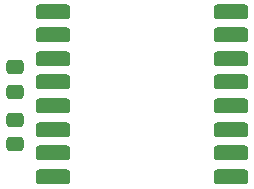
<source format=gbr>
%TF.GenerationSoftware,KiCad,Pcbnew,7.0.1*%
%TF.CreationDate,2023-04-28T09:41:15+02:00*%
%TF.ProjectId,RFM9xW_ANT,52464d39-7857-45f4-914e-542e6b696361,rev?*%
%TF.SameCoordinates,Original*%
%TF.FileFunction,Paste,Top*%
%TF.FilePolarity,Positive*%
%FSLAX46Y46*%
G04 Gerber Fmt 4.6, Leading zero omitted, Abs format (unit mm)*
G04 Created by KiCad (PCBNEW 7.0.1) date 2023-04-28 09:41:15*
%MOMM*%
%LPD*%
G01*
G04 APERTURE LIST*
G04 Aperture macros list*
%AMRoundRect*
0 Rectangle with rounded corners*
0 $1 Rounding radius*
0 $2 $3 $4 $5 $6 $7 $8 $9 X,Y pos of 4 corners*
0 Add a 4 corners polygon primitive as box body*
4,1,4,$2,$3,$4,$5,$6,$7,$8,$9,$2,$3,0*
0 Add four circle primitives for the rounded corners*
1,1,$1+$1,$2,$3*
1,1,$1+$1,$4,$5*
1,1,$1+$1,$6,$7*
1,1,$1+$1,$8,$9*
0 Add four rect primitives between the rounded corners*
20,1,$1+$1,$2,$3,$4,$5,0*
20,1,$1+$1,$4,$5,$6,$7,0*
20,1,$1+$1,$6,$7,$8,$9,0*
20,1,$1+$1,$8,$9,$2,$3,0*%
G04 Aperture macros list end*
%ADD10RoundRect,0.317500X1.157500X0.317500X-1.157500X0.317500X-1.157500X-0.317500X1.157500X-0.317500X0*%
%ADD11RoundRect,0.250000X0.475000X-0.337500X0.475000X0.337500X-0.475000X0.337500X-0.475000X-0.337500X0*%
%ADD12RoundRect,0.250000X-0.475000X0.337500X-0.475000X-0.337500X0.475000X-0.337500X0.475000X0.337500X0*%
G04 APERTURE END LIST*
D10*
%TO.C,U1*%
X144685000Y-56530000D03*
X144685000Y-54530000D03*
X144685000Y-52530000D03*
X144685000Y-50530000D03*
X144685000Y-48530000D03*
X144685000Y-46530000D03*
X144685000Y-44530000D03*
X144685000Y-42530000D03*
X129635000Y-42530000D03*
X129635000Y-44530000D03*
X129635000Y-46530000D03*
X129635000Y-48530000D03*
X129635000Y-50530000D03*
X129635000Y-52530000D03*
X129635000Y-54530000D03*
X129635000Y-56530000D03*
%TD*%
D11*
%TO.C,C1*%
X126365000Y-49297500D03*
X126365000Y-47222500D03*
%TD*%
D12*
%TO.C,C2*%
X126365000Y-51667500D03*
X126365000Y-53742500D03*
%TD*%
M02*

</source>
